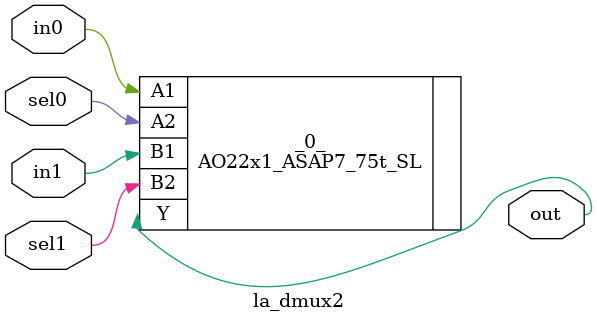
<source format=v>

/* Generated by Yosys 0.40 (git sha1 a1bb0255d, g++ 11.4.0-1ubuntu1~22.04 -fPIC -Os) */

module la_dmux2(sel1, sel0, in1, in0, out);
  input in0;
  wire in0;
  input in1;
  wire in1;
  output out;
  wire out;
  input sel0;
  wire sel0;
  input sel1;
  wire sel1;
  AO22x1_ASAP7_75t_SL _0_ (
    .A1(in0),
    .A2(sel0),
    .B1(in1),
    .B2(sel1),
    .Y(out)
  );
endmodule

</source>
